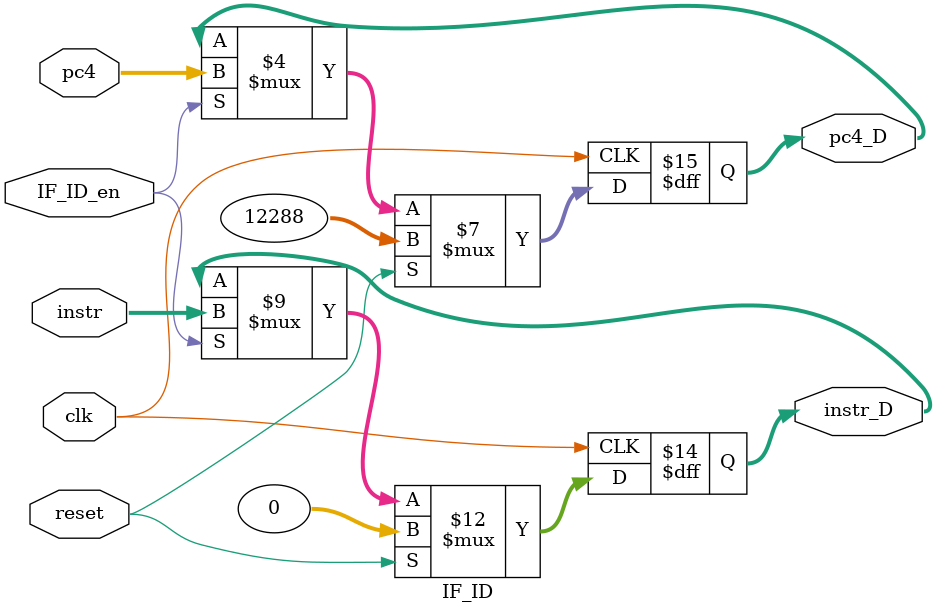
<source format=v>
`timescale 1ns / 1ps
module IF_ID(
	 input clk,
	 input reset,
	 input IF_ID_en,
	 input [31:0] instr,
	 input [31:0] pc4,
	 output reg[31:0] instr_D,
	 output reg[31:0] pc4_D
    );
	 
	 initial begin
		instr_D <= 0;
		pc4_D <= 0;
	 end
	 
	 always @(posedge clk)begin
		if(reset)begin
			instr_D <= 0;
			pc4_D <= 32'h00003000;
		end
		else begin
			if(IF_ID_en!=0)begin
				instr_D <= instr;
				pc4_D <= pc4;
			end
		end
	 end	 

endmodule

</source>
